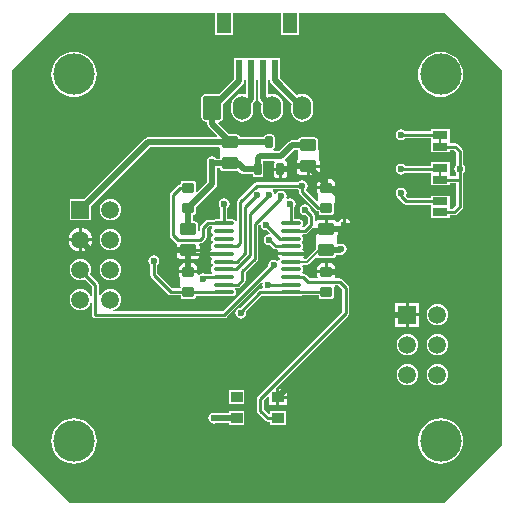
<source format=gtl>
G04 Layer_Physical_Order=1*
G04 Layer_Color=255*
%FSLAX44Y44*%
%MOMM*%
G71*
G01*
G75*
G04:AMPARAMS|DCode=10|XSize=1mm|YSize=0.9mm|CornerRadius=0.1125mm|HoleSize=0mm|Usage=FLASHONLY|Rotation=0.000|XOffset=0mm|YOffset=0mm|HoleType=Round|Shape=RoundedRectangle|*
%AMROUNDEDRECTD10*
21,1,1.0000,0.6750,0,0,0.0*
21,1,0.7750,0.9000,0,0,0.0*
1,1,0.2250,0.3875,-0.3375*
1,1,0.2250,-0.3875,-0.3375*
1,1,0.2250,-0.3875,0.3375*
1,1,0.2250,0.3875,0.3375*
%
%ADD10ROUNDEDRECTD10*%
%ADD11R,1.2700X0.6350*%
%ADD12R,1.0160X0.8636*%
%ADD13O,1.8000X0.3500*%
%ADD14R,1.2000X1.8000*%
%ADD15R,0.6000X1.5500*%
G04:AMPARAMS|DCode=16|XSize=0.6mm|YSize=1mm|CornerRadius=0.075mm|HoleSize=0mm|Usage=FLASHONLY|Rotation=0.000|XOffset=0mm|YOffset=0mm|HoleType=Round|Shape=RoundedRectangle|*
%AMROUNDEDRECTD16*
21,1,0.6000,0.8500,0,0,0.0*
21,1,0.4500,1.0000,0,0,0.0*
1,1,0.1500,0.2250,-0.4250*
1,1,0.1500,-0.2250,-0.4250*
1,1,0.1500,-0.2250,0.4250*
1,1,0.1500,0.2250,0.4250*
%
%ADD16ROUNDEDRECTD16*%
G04:AMPARAMS|DCode=17|XSize=1.4mm|YSize=1mm|CornerRadius=0.125mm|HoleSize=0mm|Usage=FLASHONLY|Rotation=0.000|XOffset=0mm|YOffset=0mm|HoleType=Round|Shape=RoundedRectangle|*
%AMROUNDEDRECTD17*
21,1,1.4000,0.7500,0,0,0.0*
21,1,1.1500,1.0000,0,0,0.0*
1,1,0.2500,0.5750,-0.3750*
1,1,0.2500,-0.5750,-0.3750*
1,1,0.2500,-0.5750,0.3750*
1,1,0.2500,0.5750,0.3750*
%
%ADD17ROUNDEDRECTD17*%
%ADD18C,0.2500*%
%ADD19C,0.2032*%
%ADD20C,0.5000*%
%ADD21C,0.2000*%
%ADD22C,1.5000*%
%ADD23R,1.5000X1.5000*%
%ADD24O,1.5240X2.0320*%
G04:AMPARAMS|DCode=25|XSize=1.524mm|YSize=2.032mm|CornerRadius=0.1905mm|HoleSize=0mm|Usage=FLASHONLY|Rotation=0.000|XOffset=0mm|YOffset=0mm|HoleType=Round|Shape=RoundedRectangle|*
%AMROUNDEDRECTD25*
21,1,1.5240,1.6510,0,0,0.0*
21,1,1.1430,2.0320,0,0,0.0*
1,1,0.3810,0.5715,-0.8255*
1,1,0.3810,-0.5715,-0.8255*
1,1,0.3810,-0.5715,0.8255*
1,1,0.3810,0.5715,0.8255*
%
%ADD25ROUNDEDRECTD25*%
%ADD26C,3.5000*%
%ADD27C,0.6000*%
G36*
X207451Y158944D02*
Y-158944D01*
X158944Y-207451D01*
X-158944D01*
X-207451Y-158944D01*
Y158944D01*
X-158944Y207451D01*
X-35740D01*
Y188520D01*
X-20740D01*
Y207451D01*
X20260D01*
Y188520D01*
X35260D01*
Y207451D01*
X158944D01*
X207451Y158944D01*
D02*
G37*
%LPC*%
G36*
X10260Y169270D02*
X9260D01*
X8990Y169270D01*
X530D01*
X260Y169270D01*
X-740D01*
X-1010Y169270D01*
X-9470D01*
X-9740Y169270D01*
X-10740D01*
X-11010Y169270D01*
X-19740D01*
Y151128D01*
X-32181Y138686D01*
X-32385Y138727D01*
X-43815D01*
X-45143Y138462D01*
X-46270Y137710D01*
X-47022Y136584D01*
X-47287Y135255D01*
Y118745D01*
X-47022Y117416D01*
X-46270Y116290D01*
X-45143Y115538D01*
X-43815Y115273D01*
X-42178D01*
Y113140D01*
X-42178Y113140D01*
X-41868Y111579D01*
X-40984Y110256D01*
X-33879Y103152D01*
X-34365Y101978D01*
X-92600D01*
X-92600Y101978D01*
X-94161Y101668D01*
X-95484Y100784D01*
X-146628Y49640D01*
X-158860D01*
Y31640D01*
X-140860D01*
Y43872D01*
X-90911Y93821D01*
X-33059D01*
X-31860Y92581D01*
Y84150D01*
X-31931Y83978D01*
X-34491D01*
X-34856Y84524D01*
X-36344Y85519D01*
X-38100Y85868D01*
X-39856Y85519D01*
X-41344Y84524D01*
X-42339Y83036D01*
X-42688Y81280D01*
X-42339Y79524D01*
X-42178Y79284D01*
Y64309D01*
X-50624Y55864D01*
X-51869Y56415D01*
Y62675D01*
X-52072Y63699D01*
X-52652Y64567D01*
X-53521Y65148D01*
X-54545Y65351D01*
X-62295D01*
X-63319Y65148D01*
X-64187Y64567D01*
X-64768Y63699D01*
X-64971Y62675D01*
Y62104D01*
X-65160D01*
X-66233Y61890D01*
X-67143Y61283D01*
X-73103Y55323D01*
X-73710Y54413D01*
X-73924Y53340D01*
Y18940D01*
X-73710Y17867D01*
X-73103Y16957D01*
X-69403Y13257D01*
X-68493Y12650D01*
X-68480Y12647D01*
X-67945Y11796D01*
X-67790Y11215D01*
X-68034Y9990D01*
Y7510D01*
X-58420D01*
X-48806D01*
Y9990D01*
X-49040Y11166D01*
X-48468Y12196D01*
X-48260Y12436D01*
X-47187Y12650D01*
X-46277Y13257D01*
X-43737Y15797D01*
X-43130Y16707D01*
X-42916Y17780D01*
Y24239D01*
X-40708Y26446D01*
X-38353D01*
X-37968Y25176D01*
X-38093Y25093D01*
X-38811Y24018D01*
X-39063Y22750D01*
X-38811Y21482D01*
X-38093Y20407D01*
X-37879Y20264D01*
Y18736D01*
X-38093Y18593D01*
X-38811Y17518D01*
X-39063Y16250D01*
X-38811Y14982D01*
X-38093Y13907D01*
X-37879Y13764D01*
Y12236D01*
X-38093Y12093D01*
X-38811Y11018D01*
X-39063Y9750D01*
X-38811Y8482D01*
X-38093Y7407D01*
Y6844D01*
X-38843Y6343D01*
X-39791Y4924D01*
X-39871Y4520D01*
X-28500D01*
Y1980D01*
X-39871D01*
X-39791Y1576D01*
X-38843Y157D01*
X-38093Y-344D01*
Y-907D01*
X-38811Y-1982D01*
X-39063Y-3250D01*
X-38811Y-4518D01*
X-38093Y-5593D01*
X-37879Y-5736D01*
Y-7264D01*
X-38093Y-7407D01*
X-38811Y-8482D01*
X-39063Y-9750D01*
X-38811Y-11018D01*
X-38093Y-12093D01*
X-37969Y-12176D01*
X-38354Y-13446D01*
X-44190D01*
X-44316Y-13471D01*
X-45720Y-13192D01*
X-47476Y-13541D01*
X-48964Y-14536D01*
X-49234Y-14940D01*
X-49538Y-14971D01*
X-50808Y-13823D01*
Y-13090D01*
X-66032D01*
Y-15195D01*
X-65747Y-16625D01*
X-65420Y-17115D01*
Y-24320D01*
X-64994Y-24746D01*
X-65185Y-26016D01*
X-72108D01*
X-84826Y-13298D01*
Y-6079D01*
X-84386Y-5784D01*
X-83391Y-4296D01*
X-83042Y-2540D01*
X-83391Y-784D01*
X-84386Y704D01*
X-85874Y1699D01*
X-87630Y2048D01*
X-89386Y1699D01*
X-90874Y704D01*
X-91869Y-784D01*
X-92218Y-2540D01*
X-91869Y-4296D01*
X-90874Y-5784D01*
X-90434Y-6079D01*
Y-14460D01*
X-90220Y-15533D01*
X-89613Y-16442D01*
X-75252Y-30802D01*
X-74343Y-31410D01*
X-73270Y-31624D01*
X-64971D01*
Y-32195D01*
X-64768Y-33219D01*
X-64187Y-34087D01*
X-63319Y-34667D01*
X-62295Y-34871D01*
X-54545D01*
X-53521Y-34667D01*
X-52652Y-34087D01*
X-52072Y-33219D01*
X-51869Y-32195D01*
Y-32054D01*
X-37403D01*
X-37018Y-32311D01*
X-35750Y-32564D01*
X-21250D01*
X-19982Y-32311D01*
X-18907Y-31593D01*
X-18188Y-30518D01*
X-17936Y-29250D01*
X-18188Y-27982D01*
X-18907Y-26907D01*
X-19031Y-26824D01*
X-18645Y-25554D01*
X-16400D01*
X-15327Y-25341D01*
X-14418Y-24733D01*
X-10717Y-21033D01*
X-10110Y-20123D01*
X-9896Y-19050D01*
Y-12591D01*
X-269Y-2964D01*
X339Y-2055D01*
X552Y-982D01*
Y27067D01*
X1814Y28329D01*
X2526Y28101D01*
X3063Y27782D01*
X3381Y26184D01*
X4376Y24696D01*
X5864Y23701D01*
X7620Y23352D01*
X8140Y23455D01*
X10549Y21046D01*
X10322Y20333D01*
X10002Y19797D01*
X8404Y19479D01*
X6916Y18484D01*
X5921Y16996D01*
X5572Y15240D01*
X5921Y13484D01*
X6916Y11996D01*
X8404Y11001D01*
X10160Y10652D01*
X10680Y10755D01*
X13667Y7768D01*
X14577Y7160D01*
X15650Y6946D01*
X17033D01*
X17711Y5676D01*
X17209Y4924D01*
X17128Y4520D01*
X28500D01*
X39871D01*
X39791Y4924D01*
X38843Y6343D01*
X38093Y6844D01*
Y7407D01*
X38811Y8482D01*
X39063Y9750D01*
X38811Y11018D01*
X38093Y12093D01*
X37879Y12236D01*
Y13764D01*
X38093Y13907D01*
X38811Y14982D01*
X39063Y16250D01*
X38811Y17518D01*
X38093Y18593D01*
X37969Y18676D01*
X38354Y19946D01*
X40530D01*
X41603Y20159D01*
X42512Y20767D01*
X47536Y25791D01*
X48210Y25665D01*
X48480Y25510D01*
X57150D01*
Y31854D01*
X52670D01*
X51191Y31560D01*
X49938Y30722D01*
X49794Y30507D01*
X48524Y30892D01*
Y35560D01*
X48310Y36633D01*
X47703Y37543D01*
X45125Y40120D01*
X45228Y40640D01*
X44879Y42396D01*
X43884Y43884D01*
X42396Y44879D01*
X40640Y45228D01*
X38884Y44879D01*
X37396Y43884D01*
X36401Y42396D01*
X36052Y40640D01*
X36401Y38884D01*
X37396Y37396D01*
X38884Y36401D01*
X40640Y36052D01*
X41160Y36155D01*
X42916Y34399D01*
Y29101D01*
X39550Y25736D01*
X38779Y25838D01*
X38506Y26264D01*
X38236Y27121D01*
X38811Y27982D01*
X39063Y29250D01*
X38811Y30518D01*
X38093Y31593D01*
X37018Y32312D01*
X35750Y32564D01*
X31304D01*
Y42654D01*
X32179Y43964D01*
X32528Y45720D01*
X32179Y47476D01*
X31184Y48964D01*
X29696Y49959D01*
X27940Y50308D01*
X26184Y49959D01*
X25578Y49554D01*
X24798Y50136D01*
X24579Y50414D01*
X24908Y52070D01*
X24559Y53826D01*
X23564Y55314D01*
X22076Y56309D01*
X20320Y56658D01*
X18564Y56309D01*
X17076Y55314D01*
X16081Y53826D01*
X15970Y53267D01*
X15964Y53239D01*
X14748Y53340D01*
X14731Y53427D01*
X14399Y55096D01*
X13404Y56584D01*
X12953Y56886D01*
X13338Y58156D01*
X34561D01*
X34856Y57716D01*
X35296Y57421D01*
Y55880D01*
X35510Y54807D01*
X36117Y53897D01*
X49697Y40318D01*
X50607Y39710D01*
X51680Y39496D01*
X51869D01*
Y38925D01*
X52072Y37901D01*
X52653Y37033D01*
X53521Y36453D01*
X54545Y36249D01*
X62295D01*
X63319Y36453D01*
X64188Y37033D01*
X64768Y37901D01*
X64971Y38925D01*
Y45675D01*
X64859Y46239D01*
X65420Y46800D01*
Y54005D01*
X65747Y54495D01*
X66032Y55925D01*
Y58030D01*
X58420D01*
X50808D01*
Y55925D01*
X51093Y54495D01*
X51420Y54005D01*
Y48321D01*
X50150Y47795D01*
X41585Y56361D01*
X41344Y57716D01*
X42339Y59204D01*
X42688Y60960D01*
X42339Y62716D01*
X41344Y64204D01*
X39856Y65199D01*
X38100Y65548D01*
X36344Y65199D01*
X34856Y64204D01*
X34561Y63764D01*
X-512D01*
X-1585Y63550D01*
X-2494Y62943D01*
X-16333Y49104D01*
X-16940Y48195D01*
X-17154Y47122D01*
Y31256D01*
X-18424Y30871D01*
X-18907Y31593D01*
X-19982Y32312D01*
X-21250Y32564D01*
X-25696D01*
Y41807D01*
X-24696Y42476D01*
X-23701Y43964D01*
X-23352Y45720D01*
X-23701Y47476D01*
X-24696Y48964D01*
X-26184Y49959D01*
X-27940Y50308D01*
X-29696Y49959D01*
X-31184Y48964D01*
X-32179Y47476D01*
X-32528Y45720D01*
X-32179Y43964D01*
X-31304Y42654D01*
Y32564D01*
X-35750D01*
X-37018Y32312D01*
X-37403Y32054D01*
X-41870D01*
X-42943Y31841D01*
X-43852Y31233D01*
X-47703Y27383D01*
X-48310Y26473D01*
X-48524Y25400D01*
Y22339D01*
X-49794Y21660D01*
X-49866Y21709D01*
Y27990D01*
X-50079Y29063D01*
X-50687Y29972D01*
X-51597Y30580D01*
X-52670Y30794D01*
X-54342D01*
Y36289D01*
X-53521Y36453D01*
X-52652Y37033D01*
X-52072Y37901D01*
X-51869Y38925D01*
Y43084D01*
X-35216Y59736D01*
X-35216Y59736D01*
X-34332Y61059D01*
X-34022Y62620D01*
X-34022Y62620D01*
Y75821D01*
X-31349D01*
X-31200Y75077D01*
X-30593Y74167D01*
X-29683Y73559D01*
X-28610Y73346D01*
X-17110D01*
X-16037Y73559D01*
X-15911Y73643D01*
X-14244Y71976D01*
X-14244Y71976D01*
X-12921Y71092D01*
X-11360Y70782D01*
X-3884D01*
Y70610D01*
X-3710Y69732D01*
X-3212Y68988D01*
X-2468Y68491D01*
X-1590Y68316D01*
X2910D01*
X3788Y68491D01*
X4532Y68988D01*
X5029Y69732D01*
X5204Y70610D01*
Y79110D01*
X5029Y79988D01*
X4738Y80423D01*
Y82282D01*
X14123D01*
X14724Y81012D01*
X14311Y80394D01*
X14056Y79110D01*
Y76130D01*
X25265D01*
Y79110D01*
X25009Y80394D01*
X24282Y81482D01*
X23394Y82076D01*
X23200Y83025D01*
X23204Y83476D01*
X31010Y91282D01*
X34109D01*
X34180Y91110D01*
Y83068D01*
X33860Y82589D01*
X33566Y81110D01*
Y78630D01*
X43180D01*
X52794D01*
Y81110D01*
X52500Y82589D01*
X52180Y83068D01*
Y91110D01*
X51725Y91565D01*
X51734Y91610D01*
Y99110D01*
X51521Y100183D01*
X50913Y101093D01*
X50003Y101701D01*
X48930Y101914D01*
X37430D01*
X36357Y101701D01*
X35447Y101093D01*
X34840Y100183D01*
X34692Y99438D01*
X29320D01*
X27759Y99128D01*
X26436Y98244D01*
X26436Y98244D01*
X18631Y90438D01*
X13999D01*
X13614Y91708D01*
X14032Y91988D01*
X14530Y92732D01*
X14704Y93610D01*
Y102110D01*
X14530Y102988D01*
X14032Y103732D01*
X13288Y104230D01*
X12410Y104404D01*
X7910D01*
X7032Y104230D01*
X6288Y103732D01*
X5791Y102988D01*
X5616Y102110D01*
Y101938D01*
X-14363D01*
X-14519Y102723D01*
X-15127Y103632D01*
X-16037Y104240D01*
X-17110Y104454D01*
X-23646D01*
X-33196Y114003D01*
X-32670Y115273D01*
X-32385D01*
X-31056Y115538D01*
X-29930Y116290D01*
X-29177Y117416D01*
X-28913Y118745D01*
Y130419D01*
X-12356Y146976D01*
X-12356Y146976D01*
X-11472Y148299D01*
X-11162Y149860D01*
Y150348D01*
X-10740Y150770D01*
X-9740D01*
X-9318Y150348D01*
Y139202D01*
X-10588Y138461D01*
X-12700Y138739D01*
X-15081Y138425D01*
X-17299Y137506D01*
X-19204Y136045D01*
X-20666Y134139D01*
X-21585Y131921D01*
X-21899Y129540D01*
Y124460D01*
X-21585Y122079D01*
X-20666Y119861D01*
X-19204Y117956D01*
X-17299Y116494D01*
X-15081Y115575D01*
X-12700Y115261D01*
X-10319Y115575D01*
X-8101Y116494D01*
X-6195Y117956D01*
X-4734Y119861D01*
X-3815Y122079D01*
X-3501Y124460D01*
Y129540D01*
X-3605Y130328D01*
X-2356Y131576D01*
X-2356Y131576D01*
X-1472Y132899D01*
X-1162Y134460D01*
X-1162Y134460D01*
Y150348D01*
X-740Y150770D01*
X260D01*
X682Y150348D01*
Y134940D01*
X682Y134940D01*
X992Y133379D01*
X1876Y132056D01*
X3605Y130327D01*
X3501Y129540D01*
Y124460D01*
X3815Y122079D01*
X4734Y119861D01*
X6196Y117956D01*
X8101Y116494D01*
X10319Y115575D01*
X12700Y115261D01*
X15081Y115575D01*
X17299Y116494D01*
X19204Y117956D01*
X20666Y119861D01*
X21585Y122079D01*
X21899Y124460D01*
Y129540D01*
X21585Y131921D01*
X20666Y134139D01*
X19204Y136045D01*
X17299Y137506D01*
X15081Y138425D01*
X12700Y138739D01*
X10319Y138425D01*
X9894Y138249D01*
X8838Y138955D01*
Y150348D01*
X9071Y150581D01*
X10450Y150576D01*
X10682Y150340D01*
X10992Y148779D01*
X11876Y147456D01*
X29005Y130328D01*
X28901Y129540D01*
Y124460D01*
X29215Y122079D01*
X30134Y119861D01*
X31596Y117956D01*
X33501Y116494D01*
X35719Y115575D01*
X38100Y115261D01*
X40481Y115575D01*
X42699Y116494D01*
X44605Y117956D01*
X46066Y119861D01*
X46985Y122079D01*
X47299Y124460D01*
Y129540D01*
X46985Y131921D01*
X46066Y134139D01*
X44605Y136045D01*
X42699Y137506D01*
X40481Y138425D01*
X38100Y138739D01*
X35719Y138425D01*
X33501Y137506D01*
X33422Y137446D01*
X19260Y151608D01*
Y169270D01*
X10530D01*
X10260Y169270D01*
D02*
G37*
G36*
X155200Y174292D02*
X151475Y173925D01*
X147894Y172839D01*
X144593Y171075D01*
X141700Y168700D01*
X139326Y165807D01*
X137562Y162506D01*
X136475Y158925D01*
X136108Y155200D01*
X136475Y151475D01*
X137562Y147894D01*
X139326Y144593D01*
X141700Y141700D01*
X144593Y139326D01*
X147894Y137562D01*
X151475Y136475D01*
X155200Y136108D01*
X158925Y136475D01*
X162506Y137562D01*
X165807Y139326D01*
X168700Y141700D01*
X171075Y144593D01*
X172839Y147894D01*
X173925Y151475D01*
X174292Y155200D01*
X173925Y158925D01*
X172839Y162506D01*
X171075Y165807D01*
X168700Y168700D01*
X165807Y171075D01*
X162506Y172839D01*
X158925Y173925D01*
X155200Y174292D01*
D02*
G37*
G36*
X-155200D02*
X-158925Y173925D01*
X-162506Y172839D01*
X-165807Y171075D01*
X-168700Y168700D01*
X-171074Y165807D01*
X-172839Y162506D01*
X-173925Y158925D01*
X-174292Y155200D01*
X-173925Y151475D01*
X-172839Y147894D01*
X-171074Y144593D01*
X-168700Y141700D01*
X-165807Y139326D01*
X-162506Y137562D01*
X-158925Y136475D01*
X-155200Y136108D01*
X-151475Y136475D01*
X-147894Y137562D01*
X-144593Y139326D01*
X-141700Y141700D01*
X-139326Y144593D01*
X-137561Y147894D01*
X-136475Y151475D01*
X-136108Y155200D01*
X-136475Y158925D01*
X-137561Y162506D01*
X-139326Y165807D01*
X-141700Y168700D01*
X-144593Y171075D01*
X-147894Y172839D01*
X-151475Y173925D01*
X-155200Y174292D01*
D02*
G37*
G36*
X162790Y108815D02*
X147090D01*
Y106944D01*
X125459D01*
X125164Y107384D01*
X123676Y108379D01*
X121920Y108728D01*
X120164Y108379D01*
X118676Y107384D01*
X117681Y105896D01*
X117332Y104140D01*
X117681Y102384D01*
X118676Y100896D01*
X120164Y99901D01*
X121920Y99552D01*
X123676Y99901D01*
X125164Y100896D01*
X125459Y101336D01*
X147090D01*
Y99465D01*
X147090D01*
Y98655D01*
X147090D01*
Y89305D01*
X162790D01*
Y91176D01*
X166479D01*
X168646Y89009D01*
Y78469D01*
X168206Y78174D01*
X167211Y76686D01*
X166862Y74930D01*
X167211Y73174D01*
X168206Y71686D01*
X168646Y71391D01*
Y68844D01*
X162790D01*
Y70715D01*
X162790D01*
Y71525D01*
X162790D01*
Y80875D01*
X147090D01*
Y77734D01*
X125459D01*
X125164Y78174D01*
X123676Y79169D01*
X121920Y79518D01*
X120164Y79169D01*
X118676Y78174D01*
X117681Y76686D01*
X117332Y74930D01*
X117681Y73174D01*
X118676Y71686D01*
X120164Y70691D01*
X121920Y70342D01*
X123676Y70691D01*
X125164Y71686D01*
X125459Y72126D01*
X146069D01*
X147090Y71525D01*
Y70715D01*
X147090D01*
Y61365D01*
X162790D01*
Y63236D01*
X168646D01*
Y44341D01*
X165716Y41412D01*
X162790D01*
Y52355D01*
X147090D01*
Y50484D01*
X127472D01*
X125735Y52220D01*
X126159Y52854D01*
X126508Y54610D01*
X126159Y56366D01*
X125164Y57854D01*
X123676Y58849D01*
X121920Y59198D01*
X120164Y58849D01*
X118676Y57854D01*
X117681Y56366D01*
X117332Y54610D01*
X117681Y52854D01*
X118676Y51366D01*
X119412Y50874D01*
X119937Y50087D01*
X124328Y45697D01*
X125237Y45089D01*
X126310Y44876D01*
X147090D01*
Y33933D01*
X162790D01*
Y35804D01*
X166878D01*
X167951Y36017D01*
X168860Y36625D01*
X173433Y41197D01*
X174040Y42107D01*
X174254Y43180D01*
Y66040D01*
Y71391D01*
X174694Y71686D01*
X175689Y73174D01*
X176038Y74930D01*
X175689Y76686D01*
X174694Y78174D01*
X174254Y78469D01*
Y90170D01*
X174040Y91243D01*
X173433Y92153D01*
X169622Y95963D01*
X168713Y96571D01*
X167640Y96784D01*
X162790D01*
Y98655D01*
X162790D01*
Y99465D01*
X162790D01*
Y108815D01*
D02*
G37*
G36*
X52794Y76090D02*
X44450D01*
Y69746D01*
X48930D01*
X50409Y70040D01*
X51663Y70878D01*
X52500Y72131D01*
X52794Y73610D01*
Y76090D01*
D02*
G37*
G36*
X41910D02*
X33566D01*
Y73610D01*
X33860Y72131D01*
X34698Y70878D01*
X35951Y70040D01*
X37430Y69746D01*
X41910D01*
Y76090D01*
D02*
G37*
G36*
X25265Y73590D02*
X20930D01*
Y67256D01*
X21910D01*
X23194Y67511D01*
X24282Y68238D01*
X25009Y69326D01*
X25265Y70610D01*
Y73590D01*
D02*
G37*
G36*
X18390D02*
X14056D01*
Y70610D01*
X14311Y69326D01*
X15038Y68238D01*
X16127Y67511D01*
X17410Y67256D01*
X18390D01*
Y73590D01*
D02*
G37*
G36*
X62295Y66412D02*
X59690D01*
Y60570D01*
X66032D01*
Y62675D01*
X65747Y64105D01*
X64937Y65317D01*
X63725Y66127D01*
X62295Y66412D01*
D02*
G37*
G36*
X57150D02*
X54545D01*
X53115Y66127D01*
X51903Y65317D01*
X51093Y64105D01*
X50808Y62675D01*
Y60570D01*
X57150D01*
Y66412D01*
D02*
G37*
G36*
X-124460Y49718D02*
X-126809Y49408D01*
X-128999Y48502D01*
X-130879Y47059D01*
X-132321Y45179D01*
X-133228Y42990D01*
X-133538Y40640D01*
X-133228Y38291D01*
X-132321Y36101D01*
X-130879Y34221D01*
X-128999Y32779D01*
X-126809Y31872D01*
X-124460Y31562D01*
X-122110Y31872D01*
X-119921Y32779D01*
X-118041Y34221D01*
X-116599Y36101D01*
X-115692Y38291D01*
X-115382Y40640D01*
X-115692Y42990D01*
X-116599Y45179D01*
X-118041Y47059D01*
X-119921Y48502D01*
X-122110Y49408D01*
X-124460Y49718D01*
D02*
G37*
G36*
X72390Y33336D02*
X71498Y33159D01*
X69666Y31934D01*
X68643Y30403D01*
X67585Y30236D01*
X67186Y30298D01*
X66902Y30722D01*
X65649Y31560D01*
X64170Y31854D01*
X59690D01*
Y24240D01*
X58420D01*
Y22970D01*
X48806D01*
Y20490D01*
X49100Y19011D01*
X49420Y18532D01*
Y10490D01*
X49875Y10035D01*
X49866Y9990D01*
Y7751D01*
X41414Y-701D01*
X39680D01*
X39662Y-682D01*
X39118Y569D01*
X39791Y1576D01*
X39871Y1980D01*
X28500D01*
X17128D01*
X17209Y1576D01*
X18157Y157D01*
X18907Y-344D01*
Y-907D01*
X18189Y-1982D01*
X18125Y-2303D01*
X18056Y-2363D01*
X16734Y-2785D01*
X15726Y-2111D01*
X13970Y-1762D01*
X12214Y-2111D01*
X10726Y-3106D01*
X9731Y-4594D01*
X9382Y-6350D01*
X9485Y-6870D01*
X-29101Y-45456D01*
X-121515D01*
X-121767Y-44186D01*
X-119921Y-43421D01*
X-118041Y-41979D01*
X-116599Y-40099D01*
X-115692Y-37909D01*
X-115382Y-35560D01*
X-115692Y-33210D01*
X-116599Y-31021D01*
X-118041Y-29141D01*
X-119921Y-27699D01*
X-122110Y-26792D01*
X-124460Y-26482D01*
X-126809Y-26792D01*
X-128999Y-27699D01*
X-130879Y-29141D01*
X-132321Y-31021D01*
X-133086Y-32867D01*
X-134356Y-32615D01*
Y-22860D01*
X-134570Y-21787D01*
X-135177Y-20877D01*
X-141810Y-14244D01*
X-141092Y-12509D01*
X-140782Y-10160D01*
X-141092Y-7810D01*
X-141999Y-5621D01*
X-143441Y-3741D01*
X-145321Y-2298D01*
X-147510Y-1392D01*
X-149860Y-1082D01*
X-152209Y-1392D01*
X-154399Y-2298D01*
X-156279Y-3741D01*
X-157721Y-5621D01*
X-158628Y-7810D01*
X-158938Y-10160D01*
X-158628Y-12509D01*
X-157721Y-14699D01*
X-156279Y-16579D01*
X-154399Y-18021D01*
X-152209Y-18928D01*
X-149860Y-19238D01*
X-147510Y-18928D01*
X-145775Y-18210D01*
X-139964Y-24021D01*
Y-32614D01*
X-141234Y-32867D01*
X-141999Y-31021D01*
X-143441Y-29141D01*
X-145321Y-27699D01*
X-147510Y-26792D01*
X-149860Y-26482D01*
X-152209Y-26792D01*
X-154399Y-27699D01*
X-156279Y-29141D01*
X-157721Y-31021D01*
X-158628Y-33210D01*
X-158938Y-35560D01*
X-158628Y-37909D01*
X-157721Y-40099D01*
X-156279Y-41979D01*
X-154399Y-43421D01*
X-152209Y-44328D01*
X-149860Y-44638D01*
X-147510Y-44328D01*
X-145321Y-43421D01*
X-143441Y-41979D01*
X-141999Y-40099D01*
X-141234Y-38253D01*
X-139964Y-38505D01*
Y-48260D01*
X-139750Y-49333D01*
X-139143Y-50243D01*
X-138233Y-50850D01*
X-137160Y-51064D01*
X-27940D01*
X-26867Y-50850D01*
X-25957Y-50243D01*
X3400Y-20886D01*
X4570Y-21511D01*
X4302Y-22860D01*
X4651Y-24616D01*
X5026Y-25176D01*
X4347Y-26446D01*
X2580D01*
X1507Y-26660D01*
X597Y-27267D01*
X-14678Y-42543D01*
X-15726Y-42751D01*
X-17214Y-43746D01*
X-18209Y-45234D01*
X-18558Y-46990D01*
X-18209Y-48746D01*
X-17214Y-50234D01*
X-15726Y-51229D01*
X-13970Y-51578D01*
X-12214Y-51229D01*
X-10726Y-50234D01*
X-9731Y-48746D01*
X-9382Y-46990D01*
X-9683Y-45478D01*
X3741Y-32054D01*
X19596D01*
X19982Y-32311D01*
X21250Y-32564D01*
X35750D01*
X37018Y-32311D01*
X38047Y-31624D01*
X51869D01*
Y-32195D01*
X52072Y-33219D01*
X52653Y-34087D01*
X53521Y-34667D01*
X54545Y-34871D01*
X62295D01*
X63319Y-34667D01*
X64188Y-34087D01*
X64768Y-33219D01*
X64971Y-32195D01*
Y-25445D01*
X64859Y-24881D01*
X65420Y-24320D01*
Y-23124D01*
X68689D01*
X72126Y-26561D01*
Y-45829D01*
X557Y-117397D01*
X-50Y-118307D01*
X-264Y-119380D01*
Y-129540D01*
X-50Y-130613D01*
X557Y-131523D01*
X6907Y-137872D01*
X7817Y-138480D01*
X8890Y-138694D01*
X10920D01*
Y-141708D01*
X24080D01*
Y-130072D01*
X10920D01*
Y-132159D01*
X9650Y-132685D01*
X5344Y-128379D01*
Y-120541D01*
X8707Y-117178D01*
X9880Y-117664D01*
Y-125108D01*
X16230D01*
Y-118250D01*
Y-111392D01*
X16152D01*
X15666Y-110219D01*
X76913Y-48973D01*
X77520Y-48063D01*
X77734Y-46990D01*
Y-25400D01*
X77520Y-24327D01*
X76913Y-23417D01*
X71833Y-18337D01*
X70923Y-17730D01*
X69850Y-17516D01*
X66680D01*
X66417Y-17265D01*
X65823Y-16246D01*
X66032Y-15195D01*
Y-13090D01*
X50808D01*
Y-15195D01*
X51017Y-16246D01*
X50423Y-17265D01*
X50161Y-17516D01*
X44341D01*
X41093Y-14267D01*
X40183Y-13659D01*
X39110Y-13446D01*
X38354D01*
X37969Y-12176D01*
X38093Y-12093D01*
X38811Y-11018D01*
X39063Y-9750D01*
X38811Y-8482D01*
X38093Y-7407D01*
X38600Y-6218D01*
X38983Y-5799D01*
X42470D01*
X43445Y-5605D01*
X44272Y-5052D01*
X49909Y584D01*
X50687Y507D01*
X51597Y-101D01*
X52670Y-314D01*
X64170D01*
X65243Y-101D01*
X66153Y507D01*
X66761Y1417D01*
X66909Y2162D01*
X69960D01*
X69960Y2162D01*
X71521Y2472D01*
X72414Y3069D01*
X72876Y3161D01*
X74364Y4155D01*
X75359Y5644D01*
X75708Y7400D01*
X75359Y9155D01*
X74364Y10644D01*
X72876Y11639D01*
X71120Y11988D01*
X69364Y11639D01*
X68690Y11188D01*
X67420Y11867D01*
Y18532D01*
X67740Y19011D01*
X68034Y20490D01*
Y24102D01*
X69304Y24487D01*
X69666Y23946D01*
X71498Y22721D01*
X72390Y22544D01*
Y27940D01*
Y33336D01*
D02*
G37*
G36*
X74930D02*
Y29210D01*
X79056D01*
X78879Y30102D01*
X77654Y31934D01*
X75822Y33159D01*
X74930Y33336D01*
D02*
G37*
G36*
X79056Y26670D02*
X74930D01*
Y22544D01*
X75822Y22721D01*
X77654Y23946D01*
X78879Y25778D01*
X79056Y26670D01*
D02*
G37*
G36*
X-148590Y25199D02*
Y16510D01*
X-139901D01*
X-140078Y17861D01*
X-141090Y20303D01*
X-142699Y22401D01*
X-144797Y24010D01*
X-147239Y25022D01*
X-148590Y25199D01*
D02*
G37*
G36*
X-151130D02*
X-152481Y25022D01*
X-154923Y24010D01*
X-157021Y22401D01*
X-158630Y20303D01*
X-159642Y17861D01*
X-159819Y16510D01*
X-151130D01*
Y25199D01*
D02*
G37*
G36*
X-124460Y24318D02*
X-126809Y24008D01*
X-128999Y23101D01*
X-130879Y21659D01*
X-132321Y19779D01*
X-133228Y17590D01*
X-133538Y15240D01*
X-133228Y12891D01*
X-132321Y10701D01*
X-130879Y8821D01*
X-128999Y7379D01*
X-126809Y6472D01*
X-124460Y6162D01*
X-122110Y6472D01*
X-119921Y7379D01*
X-118041Y8821D01*
X-116599Y10701D01*
X-115692Y12891D01*
X-115382Y15240D01*
X-115692Y17590D01*
X-116599Y19779D01*
X-118041Y21659D01*
X-119921Y23101D01*
X-122110Y24008D01*
X-124460Y24318D01*
D02*
G37*
G36*
X-139901Y13970D02*
X-148590D01*
Y5281D01*
X-147239Y5458D01*
X-144797Y6470D01*
X-142699Y8080D01*
X-141090Y10177D01*
X-140078Y12619D01*
X-139901Y13970D01*
D02*
G37*
G36*
X-151130D02*
X-159819D01*
X-159642Y12619D01*
X-158630Y10177D01*
X-157021Y8080D01*
X-154923Y6470D01*
X-152481Y5458D01*
X-151130Y5281D01*
Y13970D01*
D02*
G37*
G36*
X-48806Y4970D02*
X-57150D01*
Y-1374D01*
X-52670D01*
X-51191Y-1080D01*
X-49938Y-243D01*
X-49100Y1011D01*
X-48806Y2490D01*
Y4970D01*
D02*
G37*
G36*
X-59690D02*
X-68034D01*
Y2490D01*
X-67740Y1011D01*
X-66902Y-243D01*
X-65649Y-1080D01*
X-64170Y-1374D01*
X-59690D01*
Y4970D01*
D02*
G37*
G36*
X62295Y-4708D02*
X59690D01*
Y-10550D01*
X66032D01*
Y-8445D01*
X65747Y-7015D01*
X64937Y-5803D01*
X63725Y-4993D01*
X62295Y-4708D01*
D02*
G37*
G36*
X57150D02*
X54545D01*
X53115Y-4993D01*
X51903Y-5803D01*
X51093Y-7015D01*
X50808Y-8445D01*
Y-10550D01*
X57150D01*
Y-4708D01*
D02*
G37*
G36*
X-54545D02*
X-57150D01*
Y-10550D01*
X-50808D01*
Y-8445D01*
X-51093Y-7015D01*
X-51903Y-5803D01*
X-53115Y-4993D01*
X-54545Y-4708D01*
D02*
G37*
G36*
X-59690D02*
X-62295D01*
X-63725Y-4993D01*
X-64937Y-5803D01*
X-65747Y-7015D01*
X-66032Y-8445D01*
Y-10550D01*
X-59690D01*
Y-4708D01*
D02*
G37*
G36*
X-124460Y-1082D02*
X-126809Y-1392D01*
X-128999Y-2298D01*
X-130879Y-3741D01*
X-132321Y-5621D01*
X-133228Y-7810D01*
X-133538Y-10160D01*
X-133228Y-12509D01*
X-132321Y-14699D01*
X-130879Y-16579D01*
X-128999Y-18021D01*
X-126809Y-18928D01*
X-124460Y-19238D01*
X-122110Y-18928D01*
X-119921Y-18021D01*
X-118041Y-16579D01*
X-116599Y-14699D01*
X-115692Y-12509D01*
X-115382Y-10160D01*
X-115692Y-7810D01*
X-116599Y-5621D01*
X-118041Y-3741D01*
X-119921Y-2298D01*
X-122110Y-1392D01*
X-124460Y-1082D01*
D02*
G37*
G36*
X137040Y-38220D02*
X128270D01*
Y-46990D01*
X137040D01*
Y-38220D01*
D02*
G37*
G36*
X125730D02*
X116960D01*
Y-46990D01*
X125730D01*
Y-38220D01*
D02*
G37*
G36*
X152400Y-39182D02*
X150051Y-39492D01*
X147861Y-40399D01*
X145981Y-41841D01*
X144539Y-43721D01*
X143632Y-45910D01*
X143322Y-48260D01*
X143632Y-50609D01*
X144539Y-52799D01*
X145981Y-54679D01*
X147861Y-56121D01*
X150051Y-57028D01*
X152400Y-57338D01*
X154750Y-57028D01*
X156939Y-56121D01*
X158819Y-54679D01*
X160261Y-52799D01*
X161168Y-50609D01*
X161478Y-48260D01*
X161168Y-45910D01*
X160261Y-43721D01*
X158819Y-41841D01*
X156939Y-40399D01*
X154750Y-39492D01*
X152400Y-39182D01*
D02*
G37*
G36*
X137040Y-49530D02*
X128270D01*
Y-58300D01*
X137040D01*
Y-49530D01*
D02*
G37*
G36*
X125730D02*
X116960D01*
Y-58300D01*
X125730D01*
Y-49530D01*
D02*
G37*
G36*
X152400Y-64582D02*
X150051Y-64892D01*
X147861Y-65799D01*
X145981Y-67241D01*
X144539Y-69121D01*
X143632Y-71310D01*
X143322Y-73660D01*
X143632Y-76009D01*
X144539Y-78199D01*
X145981Y-80079D01*
X147861Y-81521D01*
X150051Y-82428D01*
X152400Y-82738D01*
X154750Y-82428D01*
X156939Y-81521D01*
X158819Y-80079D01*
X160261Y-78199D01*
X161168Y-76009D01*
X161478Y-73660D01*
X161168Y-71310D01*
X160261Y-69121D01*
X158819Y-67241D01*
X156939Y-65799D01*
X154750Y-64892D01*
X152400Y-64582D01*
D02*
G37*
G36*
X127000D02*
X124651Y-64892D01*
X122461Y-65799D01*
X120581Y-67241D01*
X119139Y-69121D01*
X118232Y-71310D01*
X117922Y-73660D01*
X118232Y-76009D01*
X119139Y-78199D01*
X120581Y-80079D01*
X122461Y-81521D01*
X124651Y-82428D01*
X127000Y-82738D01*
X129350Y-82428D01*
X131539Y-81521D01*
X133419Y-80079D01*
X134861Y-78199D01*
X135768Y-76009D01*
X136078Y-73660D01*
X135768Y-71310D01*
X134861Y-69121D01*
X133419Y-67241D01*
X131539Y-65799D01*
X129350Y-64892D01*
X127000Y-64582D01*
D02*
G37*
G36*
X152400Y-89982D02*
X150051Y-90292D01*
X147861Y-91199D01*
X145981Y-92641D01*
X144539Y-94521D01*
X143632Y-96710D01*
X143322Y-99060D01*
X143632Y-101409D01*
X144539Y-103599D01*
X145981Y-105479D01*
X147861Y-106921D01*
X150051Y-107828D01*
X152400Y-108138D01*
X154750Y-107828D01*
X156939Y-106921D01*
X158819Y-105479D01*
X160261Y-103599D01*
X161168Y-101409D01*
X161478Y-99060D01*
X161168Y-96710D01*
X160261Y-94521D01*
X158819Y-92641D01*
X156939Y-91199D01*
X154750Y-90292D01*
X152400Y-89982D01*
D02*
G37*
G36*
X127000D02*
X124651Y-90292D01*
X122461Y-91199D01*
X120581Y-92641D01*
X119139Y-94521D01*
X118232Y-96710D01*
X117922Y-99060D01*
X118232Y-101409D01*
X119139Y-103599D01*
X120581Y-105479D01*
X122461Y-106921D01*
X124651Y-107828D01*
X127000Y-108138D01*
X129350Y-107828D01*
X131539Y-106921D01*
X133419Y-105479D01*
X134861Y-103599D01*
X135768Y-101409D01*
X136078Y-99060D01*
X135768Y-96710D01*
X134861Y-94521D01*
X133419Y-92641D01*
X131539Y-91199D01*
X129350Y-90292D01*
X127000Y-89982D01*
D02*
G37*
G36*
X25120Y-111392D02*
X18770D01*
Y-116980D01*
X25120D01*
Y-111392D01*
D02*
G37*
G36*
X-10946Y-112432D02*
X-24106D01*
Y-124068D01*
X-10946D01*
Y-112432D01*
D02*
G37*
G36*
X25120Y-119520D02*
X18770D01*
Y-125108D01*
X25120D01*
Y-119520D01*
D02*
G37*
G36*
X-10946Y-130072D02*
X-24106D01*
Y-131812D01*
X-34834D01*
X-35074Y-131651D01*
X-36830Y-131302D01*
X-38586Y-131651D01*
X-40074Y-132646D01*
X-41069Y-134134D01*
X-41418Y-135890D01*
X-41069Y-137646D01*
X-40074Y-139134D01*
X-38586Y-140129D01*
X-36830Y-140478D01*
X-35074Y-140129D01*
X-34834Y-139968D01*
X-24106D01*
Y-141708D01*
X-10946D01*
Y-130072D01*
D02*
G37*
G36*
X155200Y-136108D02*
X151475Y-136475D01*
X147894Y-137561D01*
X144593Y-139326D01*
X141700Y-141700D01*
X139326Y-144593D01*
X137562Y-147894D01*
X136475Y-151475D01*
X136108Y-155200D01*
X136475Y-158925D01*
X137562Y-162506D01*
X139326Y-165807D01*
X141700Y-168700D01*
X144593Y-171074D01*
X147894Y-172839D01*
X151475Y-173925D01*
X155200Y-174292D01*
X158925Y-173925D01*
X162506Y-172839D01*
X165807Y-171074D01*
X168700Y-168700D01*
X171075Y-165807D01*
X172839Y-162506D01*
X173925Y-158925D01*
X174292Y-155200D01*
X173925Y-151475D01*
X172839Y-147894D01*
X171075Y-144593D01*
X168700Y-141700D01*
X165807Y-139326D01*
X162506Y-137561D01*
X158925Y-136475D01*
X155200Y-136108D01*
D02*
G37*
G36*
X-155200D02*
X-158925Y-136475D01*
X-162506Y-137561D01*
X-165807Y-139326D01*
X-168700Y-141700D01*
X-171074Y-144593D01*
X-172839Y-147894D01*
X-173925Y-151475D01*
X-174292Y-155200D01*
X-173925Y-158925D01*
X-172839Y-162506D01*
X-171074Y-165807D01*
X-168700Y-168700D01*
X-165807Y-171074D01*
X-162506Y-172839D01*
X-158925Y-173925D01*
X-155200Y-174292D01*
X-151475Y-173925D01*
X-147894Y-172839D01*
X-144593Y-171074D01*
X-141700Y-168700D01*
X-139326Y-165807D01*
X-137561Y-162506D01*
X-136475Y-158925D01*
X-136108Y-155200D01*
X-136475Y-151475D01*
X-137561Y-147894D01*
X-139326Y-144593D01*
X-141700Y-141700D01*
X-144593Y-139326D01*
X-147894Y-137561D01*
X-151475Y-136475D01*
X-155200Y-136108D01*
D02*
G37*
%LPD*%
D10*
X58420Y-11820D02*
D03*
Y-28820D02*
D03*
X-58420Y-11820D02*
D03*
Y-28820D02*
D03*
Y59300D02*
D03*
Y42300D02*
D03*
X58420D02*
D03*
Y59300D02*
D03*
D11*
X154940Y76200D02*
D03*
Y66040D02*
D03*
Y104140D02*
D03*
Y93980D02*
D03*
X154940Y47680D02*
D03*
Y38608D02*
D03*
D12*
X-17526Y-118250D02*
D03*
X17500D02*
D03*
X-17526Y-135890D02*
D03*
X17500D02*
D03*
D13*
X28500Y-29250D02*
D03*
Y-22750D02*
D03*
Y-16250D02*
D03*
Y-9750D02*
D03*
Y-3250D02*
D03*
Y3250D02*
D03*
Y9750D02*
D03*
Y16250D02*
D03*
Y22750D02*
D03*
Y29250D02*
D03*
X-28500Y-29250D02*
D03*
Y-22750D02*
D03*
Y-16250D02*
D03*
Y-9750D02*
D03*
Y-3250D02*
D03*
Y3250D02*
D03*
Y9750D02*
D03*
Y16250D02*
D03*
Y22750D02*
D03*
Y29250D02*
D03*
D14*
X27760Y199020D02*
D03*
X-28240D02*
D03*
D15*
X14760Y160020D02*
D03*
X4760D02*
D03*
X-5240D02*
D03*
X-15240D02*
D03*
D16*
X10160Y97860D02*
D03*
X19660Y74860D02*
D03*
X660D02*
D03*
D17*
X-22860Y79900D02*
D03*
Y97900D02*
D03*
X43180Y95360D02*
D03*
Y77360D02*
D03*
X58420Y24240D02*
D03*
Y6240D02*
D03*
X-58420D02*
D03*
Y24240D02*
D03*
D18*
X171450Y66040D02*
Y90170D01*
Y43180D02*
Y66040D01*
X171450Y66040D02*
X171450Y66040D01*
X154940Y66040D02*
X171450D01*
X154940Y38608D02*
X166878D01*
X171450Y43180D01*
X167640Y93980D02*
X171450Y90170D01*
X154940Y93980D02*
X167640D01*
X28930Y-28820D02*
X58420D01*
X28500Y-29250D02*
X28930Y-28820D01*
X52180Y24240D02*
X58420D01*
X43180Y15240D02*
X52180Y24240D01*
X43180Y7620D02*
Y15240D01*
X38810Y3250D02*
X43180Y7620D01*
X28500Y3250D02*
X38810D01*
X-57990Y-29250D02*
X-28500D01*
X-58420Y-28820D02*
X-57990Y-29250D01*
X-65160Y59300D02*
X-58420D01*
X-71120Y53340D02*
X-65160Y59300D01*
X-71120Y18940D02*
Y53340D01*
Y18940D02*
X-67420Y15240D01*
X-48260D01*
X-45720Y17780D01*
Y25400D01*
X-41870Y29250D01*
X-28500D01*
X-55430Y3250D02*
X-28500D01*
X-58420Y6240D02*
X-55430Y3250D01*
X19310Y16250D02*
X28500D01*
X7620Y27940D02*
X19310Y16250D01*
X15650Y9750D02*
X28500D01*
X10160Y15240D02*
X15650Y9750D01*
X51680Y42300D02*
X58420D01*
X40640Y40640D02*
X45720Y35560D01*
Y27940D02*
Y35560D01*
X40530Y22750D02*
X45720Y27940D01*
X28500Y22750D02*
X40530D01*
X28500Y29250D02*
Y45160D01*
X27940Y45720D02*
X28500Y45160D01*
X-28500Y29250D02*
Y45160D01*
X-27940Y45720D01*
X2540Y-129540D02*
X8890Y-135890D01*
X17500D01*
X121920Y104140D02*
X154940D01*
X154940Y104140D01*
X-28500Y-3250D02*
X-17220D01*
X-28500Y9750D02*
X-17007D01*
X121920Y74930D02*
X153670D01*
X154940Y76200D01*
X38100Y55880D02*
X51680Y42300D01*
X38100Y55880D02*
Y60960D01*
X-6350Y1963D02*
Y36830D01*
X10160Y53340D01*
X-17220Y-3250D02*
X-10350Y3620D01*
X-17007Y9750D02*
X-14350Y12407D01*
Y47122D01*
X-512Y60960D01*
X38100D01*
X-10350Y3620D02*
Y42990D01*
X0Y53340D01*
X-28500Y-9750D02*
X-18063D01*
X-6350Y1963D01*
X-28500Y-22750D02*
X-16400D01*
X-12700Y-19050D01*
Y-11430D01*
X-2252Y-982D01*
Y28228D01*
X20320Y50800D01*
Y52070D01*
X121920D02*
Y54610D01*
Y52070D02*
X126310Y47680D01*
X154940D01*
X-149860Y-10160D02*
X-137160Y-22860D01*
Y-48260D02*
Y-22860D01*
Y-48260D02*
X-27940D01*
X13970Y-6350D01*
X-73270Y-28820D02*
X-58420D01*
X-87630Y-14460D02*
X-73270Y-28820D01*
X-87630Y-14460D02*
Y-2540D01*
Y-1270D01*
X28500Y-16250D02*
X39110D01*
X43180Y-20320D01*
X69850D01*
X74930Y-25400D01*
Y-46990D02*
Y-25400D01*
X2540Y-119380D02*
X74930Y-46990D01*
X2540Y-129540D02*
Y-119380D01*
X2580Y-29250D02*
X28500D01*
X-13970Y-45800D02*
X2580Y-29250D01*
X-13970Y-46990D02*
Y-45800D01*
X-44190Y-16250D02*
X-28500D01*
X-45720Y-17780D02*
X-44190Y-16250D01*
X8890Y-22860D02*
X28390D01*
X28500Y-22750D01*
D19*
X154940Y67310D02*
Y74930D01*
Y95250D02*
Y102870D01*
D20*
X-15240Y149860D02*
Y160020D01*
X-38100Y127000D02*
X-15240Y149860D01*
X-38100Y113140D02*
Y127000D01*
Y113140D02*
X-22860Y97900D01*
X-22820Y97860D02*
X10160D01*
X-22860Y97900D02*
X-22820Y97860D01*
X-5240Y134460D02*
Y160020D01*
X-12700Y127000D02*
X-5240Y134460D01*
X-36720Y79900D02*
X-22860D01*
X-38100Y81280D02*
X-36720Y79900D01*
X4760Y134940D02*
Y160020D01*
Y134940D02*
X12700Y127000D01*
X14760Y150340D02*
Y160020D01*
Y150340D02*
X38100Y127000D01*
X-58420Y24240D02*
Y42300D01*
X58420Y6240D02*
X69960D01*
X71120Y7400D01*
X58420Y-11820D02*
X74540D01*
X81280Y-5080D01*
X-58420Y-11820D02*
Y6240D01*
X-92600Y97900D02*
X-22860D01*
X-149860Y40640D02*
X-92600Y97900D01*
X-97900Y6240D02*
X-58420D01*
X-101600Y2540D02*
X-97900Y6240D01*
X-137160Y2540D02*
X-101600D01*
X-149860Y15240D02*
X-137160Y2540D01*
X101600Y-48260D02*
X127000D01*
X81280Y-27940D02*
X101600Y-48260D01*
X81280Y-27940D02*
Y-5080D01*
X31640Y77360D02*
X43180D01*
X29140Y74860D02*
X31640Y77360D01*
X19660Y74860D02*
X29140D01*
X29320Y95360D02*
X43180D01*
X20320Y86360D02*
X29320Y95360D01*
X2540Y86360D02*
X20320D01*
X660Y84480D02*
X2540Y86360D01*
X660Y74860D02*
Y84480D01*
X-22860Y79900D02*
X-16400D01*
X-11360Y74860D01*
X660D01*
X-38100Y62620D02*
Y81280D01*
X-58420Y42300D02*
X-38100Y62620D01*
X43180Y77360D02*
X58420Y62120D01*
Y59300D02*
Y62120D01*
Y59300D02*
X62620D01*
X81280Y40640D01*
Y-54470D02*
Y-27940D01*
X17500Y-118250D02*
X81280Y-54470D01*
X-36830Y-135890D02*
X-17526D01*
X81280Y-5080D02*
Y40640D01*
X58420Y24240D02*
X81170D01*
D21*
X51960Y6240D02*
X58420D01*
X42470Y-3250D02*
X51960Y6240D01*
X28500Y-3250D02*
X42470D01*
D22*
X152400Y-99060D02*
D03*
X127000D02*
D03*
X152400Y-73660D02*
D03*
X127000D02*
D03*
X152400Y-48260D02*
D03*
X-124460Y40640D02*
D03*
X-149860Y15240D02*
D03*
X-124460D02*
D03*
X-149860Y-10160D02*
D03*
X-124460D02*
D03*
X-149860Y-35560D02*
D03*
X-124460D02*
D03*
D23*
X127000Y-48260D02*
D03*
X-149860Y40640D02*
D03*
D24*
X12700Y127000D02*
D03*
X-12700D02*
D03*
X38100D02*
D03*
D25*
X-38100D02*
D03*
D26*
X-155200Y-155200D02*
D03*
X155200D02*
D03*
Y155200D02*
D03*
X-155200D02*
D03*
D27*
X171450Y74930D02*
D03*
X-38100Y81280D02*
D03*
X71120Y7400D02*
D03*
X7620Y27940D02*
D03*
X10160Y15240D02*
D03*
X40640Y40640D02*
D03*
X27940Y45720D02*
D03*
X38100Y60960D02*
D03*
X-27940Y45720D02*
D03*
X-36830Y-135890D02*
D03*
X121920Y104140D02*
D03*
Y74930D02*
D03*
X0Y53340D02*
D03*
X10160D02*
D03*
X20320Y52070D02*
D03*
X121920Y54610D02*
D03*
X13970Y-6350D02*
D03*
X-87630Y-2540D02*
D03*
X-13970Y-46990D02*
D03*
X-45720Y-17780D02*
D03*
X8890Y-22860D02*
D03*
X73660Y27940D02*
D03*
M02*

</source>
